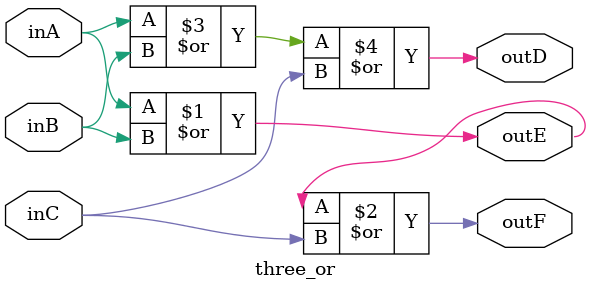
<source format=v>
`timescale 1ns / 1ps

module three_or(inA, inB, inC, outD, outE, outF);

input inA, inB, inC;
output outD, outE, outF;

assign outE = inA | inB;
assign outF = outE | inC;
assign outD = inA | inB | inC;

endmodule
</source>
